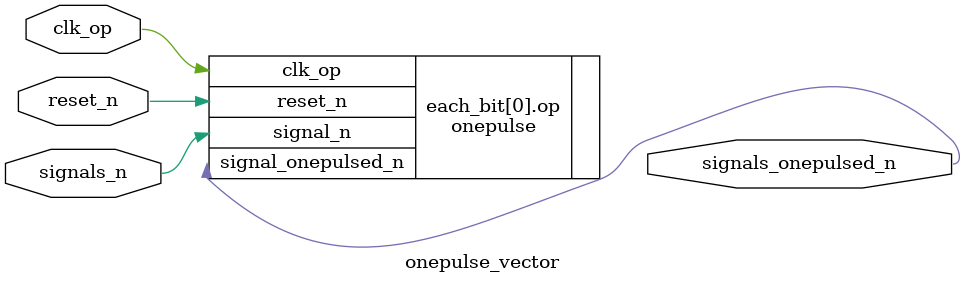
<source format=v>
`timescale 1ns / 1ps
module onepulse_vector #(
   // Signal vector length.
   parameter SIGNAL_BIT_WIDTH = 1
   )(
   // One-pulsed signal vector.
   output [(SIGNAL_BIT_WIDTH - 1):0] signals_onepulsed_n,

   // Source signal vector.
   input [(SIGNAL_BIT_WIDTH - 1):0] signals_n,
   // Clock signal for one-pulse.
   input clk_op,
   // Reset signal.
   input reset_n
   );

   generate
      genvar i;

      for (i = 0; i < SIGNAL_BIT_WIDTH; i = i + 1) begin: each_bit
         onepulse op(
            .signal_onepulsed_n(signals_onepulsed_n[i]),

            .signal_n(signals_n[i]),
            .clk_op(clk_op),
            .reset_n(reset_n)
            );
      end
   endgenerate
endmodule

</source>
